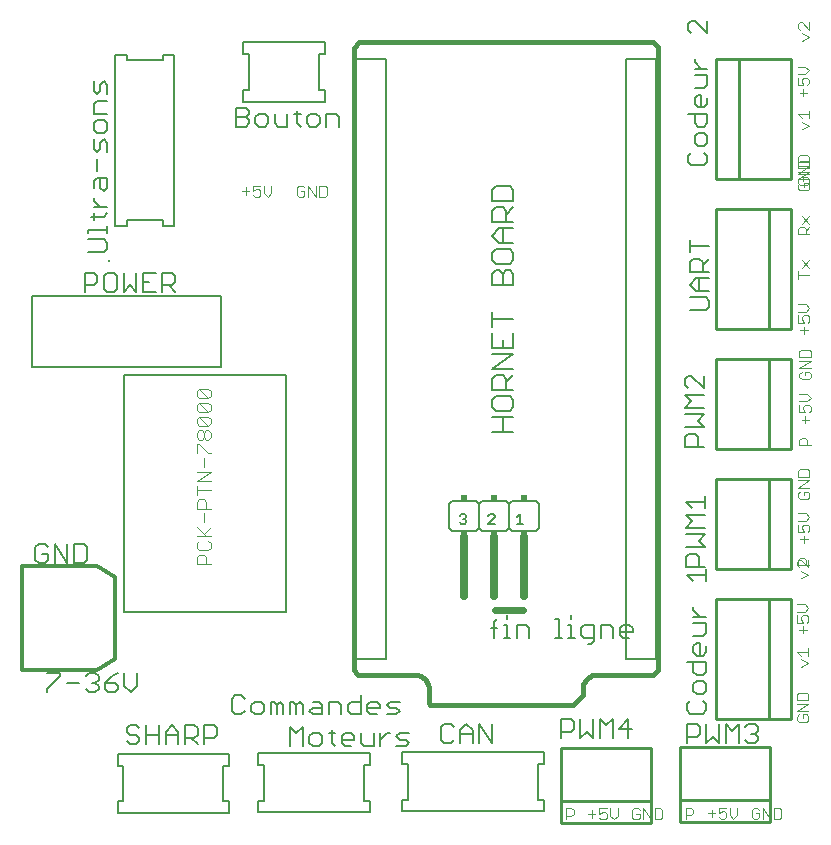
<source format=gto>
%FSTAX23Y23*%
%MOIN*%
%SFA1B1*%

%IPPOS*%
%ADD10C,0.005000*%
%ADD11C,0.004000*%
%ADD13C,0.006000*%
%ADD14C,0.024000*%
%ADD15C,0.003000*%
%ADD16C,0.016000*%
%ADD17C,0.012000*%
%ADD19C,0.010000*%
%ADD20R,0.007900X0.007900*%
%ADD21C,0.026000*%
%ADD22R,0.024000X0.020000*%
%LNseri_top-1*%
%LPD*%
G54D13*
X00827Y0096D02*
Y0097D01*
X0087Y01013*
Y01024*
X00827*
X00892Y00992D02*
X00934D01*
X00956Y01013D02*
X00967Y01024D01*
X00988*
X00999Y01013*
Y01002*
X00988Y00992*
X00999Y00981*
Y0097*
X00988Y0096*
X00967*
X00956Y0097*
X00978Y00992D02*
X00988D01*
X01021D02*
X01053D01*
X01063Y00981*
Y0097*
X01053Y0096*
X01031*
X01021Y0097*
Y00992*
X01042Y01013*
X01063Y01024*
X01085D02*
Y00981D01*
X01106Y0096*
X01128Y00981*
Y01024*
X01125Y0085D02*
X01103D01*
X01093Y0084*
Y00829*
X01103Y00818*
X01125*
X01135Y00808*
Y00797*
X01125Y00786*
X01103*
X01093Y00797*
X01135Y0084D02*
X01125Y0085D01*
X01157D02*
Y00786D01*
Y00818D02*
X012D01*
X01222D02*
X01264D01*
Y00829D02*
Y00786D01*
X01286D02*
Y0085D01*
X01318*
X01329Y0084*
Y00818*
X01318Y00808*
X01286*
X01307D02*
X01329Y00786D01*
X0135D02*
Y0085D01*
X01383*
X01393Y0084*
Y00818*
X01383Y00808*
X0135*
X01264Y00829D02*
X01243Y0085D01*
X01222Y00829*
Y00786*
X012D02*
Y0085D01*
X01443Y00897D02*
X01454Y00886D01*
X01475*
X01486Y00897*
X01508D02*
Y00918D01*
X01519Y00929*
X0154*
X01551Y00918*
Y00897*
X0154Y00886*
X01519*
X01508Y00897*
X01486Y00939D02*
X01475Y0095D01*
X01454*
X01443Y00939*
Y00897*
X01572Y00886D02*
Y00929D01*
X01583*
X01594Y00918*
X01604Y00929*
X01615Y00918*
Y00886*
X01594D02*
Y00918D01*
X01637Y00929D02*
Y00886D01*
X01658D02*
Y00918D01*
X01669Y00929*
X0168Y00918*
Y00886*
X01701Y00897D02*
X01712Y00907D01*
X01744*
Y00918D02*
Y00886D01*
X01712*
X01701Y00897*
X01712Y00929D02*
X01733D01*
X01744Y00918*
X01766Y00929D02*
X01798D01*
X01808Y00918*
Y00886*
X0183Y00897D02*
Y00918D01*
X01841Y00929*
X01873*
Y0095D02*
Y00886D01*
X01841*
X0183Y00897*
X01895D02*
Y00918D01*
X01905Y00929*
X01927*
X01937Y00918*
Y00907*
X01895*
Y00897D02*
X01905Y00886D01*
X01927*
X01959D02*
X01991D01*
X02002Y00897*
X01991Y00907*
X0197*
X01959Y00918*
X0197Y00929*
X02002*
X02002Y00824D02*
X02034D01*
X02023Y00802D02*
X02002D01*
X01991Y00813*
X02002Y00824*
X02023Y00802D02*
X02034Y00792D01*
X02023Y00781*
X01991*
X0197Y00824D02*
X01959D01*
X01938Y00802*
Y00824D02*
Y00781D01*
X01916D02*
Y00824D01*
Y00781D02*
X01884D01*
X01873Y00792*
Y00824*
X01851Y00813D02*
Y00802D01*
X01809*
Y00813D02*
Y00792D01*
X01819Y00781*
X01841*
X01851Y00813D02*
X01841Y00824D01*
X01819*
X01809Y00813*
X01787Y00824D02*
X01766D01*
X01776Y00834D02*
Y00792D01*
X01787Y00781*
X01744Y00792D02*
Y00813D01*
X01733Y00824*
X01712*
X01701Y00813*
Y00792*
X01712Y00781*
X01733*
X01744Y00792*
X0168Y00781D02*
Y00845D01*
X01658Y00824*
X01637Y00845*
Y00781*
X01658Y00918D02*
X01648Y00929D01*
X01637*
X01766D02*
Y00886D01*
X0214Y00844D02*
Y00801D01*
X0215Y0079*
X02172*
X02182Y00801*
X02204Y0079D02*
Y00833D01*
X02225Y00854*
X02247Y00833*
Y0079*
X02268D02*
Y00854D01*
X02311Y0079*
Y00854*
X02247Y00822D02*
X02204D01*
X02182Y00844D02*
X02172Y00854D01*
X0215*
X0214Y00844*
X02317Y01141D02*
Y01194D01*
X02328Y01205*
X02349Y01184D02*
X0236D01*
Y01141*
X02349D02*
X02371D01*
X02392D02*
Y01184D01*
X02424*
X02435Y01173*
Y01141*
X02521D02*
X02543D01*
X02532D02*
Y01205D01*
X02521*
X02564Y01184D02*
X02575D01*
Y01141*
X02564D02*
X02586D01*
X02607Y01152D02*
Y01173D01*
X02618Y01184*
X0265*
Y0113*
X02639Y0112*
X02629*
X02618Y01141D02*
X0265D01*
X02672D02*
Y01184D01*
X02704*
X02714Y01173*
Y01141*
X02736Y01152D02*
Y01173D01*
X02747Y01184*
X02768*
X02779Y01173*
Y01162*
X02736*
Y01152D02*
X02747Y01141D01*
X02768*
X02618D02*
X02607Y01152D01*
X02575Y01205D02*
Y01216D01*
X0236D02*
Y01205D01*
X02328Y01173D02*
X02306D01*
X0254Y00871D02*
X02572D01*
X02583Y00861*
Y00839*
X02572Y00829*
X0254*
Y00807D02*
Y00871D01*
X02604D02*
Y00807D01*
X02626Y00829*
X02647Y00807*
Y00871*
X02669D02*
X0269Y0085D01*
X02712Y00871*
Y00807*
X02733Y00839D02*
X02776D01*
X02765Y00807D02*
Y00871D01*
X02733Y00839*
X02669Y00807D02*
Y00871D01*
X0296Y00854D02*
Y0079D01*
Y00811D02*
X02992D01*
X03003Y00822*
Y00843*
X02992Y00854*
X0296*
X0297Y00889D02*
X03013D01*
X03024Y009*
Y00921*
X03013Y00932*
Y00954D02*
X02992D01*
X02981Y00964*
Y00986*
X02992Y00996*
X03013*
X03024Y00986*
Y00964*
X03013Y00954*
X0297Y00932D02*
X0296Y00921D01*
Y009*
X0297Y00889*
X03025Y00854D02*
Y0079D01*
X03046Y00811*
X03068Y0079*
Y00854*
X03089D02*
X03111Y00832D01*
X03132Y00854*
Y0079*
X03154Y008D02*
X03164Y0079D01*
X03186*
X03196Y008*
Y00811*
X03186Y00822*
X03175*
X03186D02*
X03196Y00832D01*
Y00843*
X03186Y00854*
X03164*
X03154Y00843*
X03089Y00854D02*
Y0079D01*
X03013Y01018D02*
X02992D01*
X02981Y01029*
Y01061*
X0296D02*
X03024D01*
Y01029*
X03013Y01018*
Y01082D02*
X02992D01*
X02981Y01093*
Y01115*
X02992Y01125*
X03002*
Y01082*
X03013D02*
X03024Y01093D01*
Y01115*
X03013Y01147D02*
X02981D01*
X03013D02*
X03024Y01158D01*
Y0119*
X02981*
Y01211D02*
X03024D01*
X03002D02*
X02981Y01233D01*
Y01243*
Y0133D02*
X0296Y01351D01*
X03024*
Y01372D02*
Y0133D01*
X03021Y01379D02*
X02956D01*
Y01411*
X02967Y01422*
X02989*
X02999Y01411*
Y01379*
X03021Y01444D02*
X02956D01*
X02999Y01465D02*
X03021Y01486D01*
X02956*
Y01508D02*
X02978Y0153D01*
X02956Y01551*
X03021*
Y01573D02*
Y01615D01*
Y01594D02*
X02956D01*
X02978Y01573*
X02956Y01508D02*
X03021D01*
X02999Y01465D02*
X03021Y01444D01*
X03018Y01779D02*
X02954D01*
Y01811*
X02964Y01822*
X02986*
X02996Y01811*
Y01779*
X03018Y01844D02*
X02954D01*
Y01886D02*
X03018D01*
X02996Y01865*
X03018Y01844*
Y01908D02*
X02954D01*
X02975Y0193*
X02954Y01951*
X03018*
Y01973D02*
X02975Y02015D01*
X02964*
X02954Y02005*
Y01983*
X02964Y01973*
X03018D02*
Y02015D01*
X03023Y02233D02*
X02969D01*
Y02276D02*
X03023D01*
X03034Y02265*
Y02244*
X03023Y02233*
X03034Y02297D02*
X02991D01*
X02969Y02319*
X02991Y0234*
X03034*
Y02362D02*
X02969D01*
Y02394*
X0298Y02404*
X03001*
X03012Y02394*
Y02362*
Y02383D02*
X03034Y02404D01*
Y02448D02*
X02969D01*
Y02469D02*
Y02426D01*
X03001Y0234D02*
Y02297D01*
X03018Y02716D02*
X02975D01*
X02964Y02727*
Y02748*
X02975Y02759*
X02996Y02781D02*
X03018D01*
X03028Y02791*
Y02813*
X03018Y02823*
X02996*
X02986Y02813*
Y02791*
X02996Y02781*
X03018Y02759D02*
X03028Y02748D01*
Y02727*
X03018Y02716*
Y02845D02*
X02996D01*
X02986Y02856*
Y02888*
X02964D02*
X03028D01*
Y02856*
X03018Y02845*
Y0291D02*
X02996D01*
X02986Y0292*
Y02942*
X02996Y02952*
X03007*
Y0291*
X03018D02*
X03028Y0292D01*
Y02942*
X03018Y02974D02*
X02986D01*
X03018D02*
X03028Y02985D01*
Y03017*
X02986*
Y03038D02*
X03028D01*
X03007D02*
X02986Y0306D01*
Y0307*
X02975Y03157D02*
X02964Y03167D01*
Y03189*
X02975Y03199*
X02986*
X03028Y03157*
Y03199*
X02381Y02634D02*
Y02599D01*
X02311*
Y02634*
X02323Y02646*
X02369*
X02381Y02634*
Y02576D02*
X02358Y02552D01*
Y02564D02*
Y02529D01*
X02381D02*
X02311D01*
Y02564*
X02323Y02576*
X02346*
X02358Y02564*
X02346Y02506D02*
Y02459D01*
X02334D02*
X02311Y02482D01*
X02334Y02506*
X02381*
Y02459D02*
X02334D01*
X02323Y02436D02*
X02311Y02424D01*
Y02401*
X02323Y02389*
X02369*
X02381Y02401*
Y02424*
X02369Y02436*
X02323*
Y02366D02*
X02334D01*
X02346Y02354*
Y02319*
X02381D02*
X02311D01*
Y02354*
X02323Y02366*
X02346Y02354D02*
X02358Y02366D01*
X02369*
X02381Y02354*
Y02319*
X02311Y02226D02*
Y02179D01*
Y02156D02*
Y02109D01*
X02381*
Y02156*
X02346Y02133D02*
Y02109D01*
X02381Y02086D02*
X02311D01*
Y02039D02*
X02381Y02086D01*
Y02039D02*
X02311D01*
X02323Y02016D02*
X02346D01*
X02358Y02004*
Y01969*
X02381D02*
X02311D01*
Y02004*
X02323Y02016*
X02358Y01993D02*
X02381Y02016D01*
X02369Y01946D02*
X02323D01*
X02311Y01934*
Y01911*
X02323Y01899*
X02369*
X02381Y01911*
Y01934*
X02369Y01946*
X02381Y01876D02*
X02311D01*
X02346D02*
Y01829D01*
X02381D02*
X02311D01*
X02276Y01597D02*
X02266Y01587D01*
Y01507*
X02276Y01497*
X02356*
X02366Y01507*
X02376Y01497*
X02456*
X02466Y01507*
Y01587*
X02456Y01597*
X02376*
X02366Y01587*
X02356Y01597*
X02276*
X02266Y01587D02*
X02256Y01597D01*
X02176*
X02166Y01587*
Y01507*
X02176Y01497*
X02256*
X02266Y01507*
X02366D02*
Y01587D01*
X02381Y02203D02*
X02311D01*
X018Y02845D02*
Y02877D01*
X0179Y02888*
X01758*
Y02845*
X01736Y02856D02*
Y02877D01*
X01725Y02888*
X01704*
X01693Y02877*
Y02856*
X01704Y02845*
X01725*
X01736Y02856*
X01672Y02845D02*
X01661Y02856D01*
Y02899*
X0165Y02888D02*
X01672D01*
X01628D02*
Y02845D01*
X01596*
X01586Y02856*
Y02888*
X01564Y02877D02*
Y02856D01*
X01553Y02845*
X01532*
X01521Y02856*
Y02877*
X01532Y02888*
X01553*
X01564Y02877*
X015Y02867D02*
Y02856D01*
X01489Y02845*
X01457*
Y02909*
X01489*
X015Y02899*
Y02888*
X01489Y02877*
X01457*
X01489D02*
X015Y02867D01*
X01026Y02857D02*
Y02835D01*
X01016Y02824*
X00994*
X00984Y02835*
Y02857*
X00994Y02867*
X01016*
X01026Y02857*
Y02889D02*
X00984D01*
Y02921*
X00994Y02932*
X01026*
Y02953D02*
Y02985D01*
X01016Y02996*
X01005Y02985*
Y02964*
X00994Y02953*
X00984Y02964*
Y02996*
Y02803D02*
Y02771D01*
X00994Y0276*
X01005Y02771*
Y02792*
X01016Y02803*
X01026Y02792*
Y0276*
X00994Y02738D02*
Y02696D01*
Y02674D02*
X00984Y02663D01*
Y02642*
X01005D02*
Y02674D01*
X00994D02*
X01026D01*
Y02642*
X01016Y02631*
X01005Y02642*
X00984Y02609D02*
Y02599D01*
X01005Y02577*
X01026D02*
X00984D01*
Y02556D02*
Y02534D01*
X00973Y02545D02*
X01016D01*
X01026Y02556*
Y02513D02*
Y02491D01*
Y02502D02*
X00962D01*
Y02491*
Y0247D02*
X01016D01*
X01026Y02459*
Y02438*
X01016Y02427*
X00962*
X00953Y02359D02*
X00985D01*
X00995Y02348*
Y02327*
X00985Y02316*
X00953*
Y02295D02*
Y02359D01*
X01017Y02348D02*
Y02305D01*
X01028Y02295*
X01049*
X0106Y02305*
Y02348*
X01049Y02359*
X01028*
X01017Y02348*
X01082Y02359D02*
Y02295D01*
X01103Y02316*
X01124Y02295*
Y02359*
X01146D02*
Y02295D01*
X01189*
X01211D02*
Y02359D01*
X01243*
X01253Y02348*
Y02327*
X01243Y02316*
X01211*
X01232D02*
X01253Y02295D01*
X01189Y02359D02*
X01146D01*
Y02327D02*
X01167D01*
X00949Y01454D02*
X00917D01*
Y0139*
X00949*
X0096Y014*
Y01443*
X00949Y01454*
X00895D02*
Y0139D01*
X00852Y01454*
Y0139*
X00831Y014D02*
Y01422D01*
X00809*
X00831Y01443D02*
X0082Y01454D01*
X00799*
X00788Y01443*
Y014*
X00799Y0139*
X0082*
X00831Y014*
G54D14*
X0232Y01235D02*
X02412D01*
G54D15*
X02557Y00573D02*
X02575D01*
X02582Y00567*
Y00555*
X02575Y00548*
X02557*
Y00536D02*
Y00573D01*
X02631Y00555D02*
X02655D01*
X02667D02*
X0268Y00561D01*
X02686*
X02692Y00555*
Y00542*
X02686Y00536*
X02674*
X02667Y00542*
Y00555D02*
Y00573D01*
X02692*
X02704D02*
Y00548D01*
X02717Y00536*
X02729Y00548*
Y00573*
X02778Y00567D02*
Y00542D01*
X02784Y00536*
X02796*
X02803Y00542*
Y00555*
X0279*
X02778Y00567D02*
X02784Y00573D01*
X02796*
X02803Y00567*
X02815Y00573D02*
X02839Y00536D01*
Y00573*
X02852D02*
X0287D01*
X02876Y00567*
Y00542*
X0287Y00536*
X02852*
Y00573*
X02815D02*
Y00536D01*
X02956Y00538D02*
Y00575D01*
X02974*
X0298Y00569*
Y00557*
X02974Y00551*
X02956*
X03029Y00557D02*
X03054D01*
X03066D02*
X03079Y00563D01*
X03085*
X03091Y00557*
Y00545*
X03085Y00538*
X03072*
X03066Y00545*
Y00557D02*
Y00575D01*
X03091*
X03103D02*
Y00551D01*
X03115Y00538*
X03128Y00551*
Y00575*
X03177Y00569D02*
Y00545D01*
X03183Y00538*
X03195*
X03201Y00545*
Y00557*
X03189*
X03177Y00569D02*
X03183Y00575D01*
X03195*
X03201Y00569*
X03214Y00575D02*
X03238Y00538D01*
Y00575*
X0325D02*
Y00538D01*
X03269*
X03275Y00545*
Y00569*
X03269Y00575*
X0325*
X03214D02*
Y00538D01*
X03042Y00545D02*
Y00569D01*
X03334Y00861D02*
X03359D01*
X03365Y00867*
Y00879*
X03359Y00886*
X03347*
Y00873*
X03334Y00861D02*
X03328Y00867D01*
Y00879*
X03334Y00886*
X03328Y00898D02*
X03365Y00922D01*
X03328*
Y00935D02*
Y00953D01*
X03334Y00959*
X03359*
X03365Y00953*
Y00935*
X03328*
Y00898D02*
X03365D01*
X03341Y01045D02*
X03365Y01057D01*
X03341Y0107*
Y01082D02*
X03328Y01094D01*
X03365*
Y01082D02*
Y01107D01*
X03347Y01156D02*
Y0118D01*
Y01192D02*
X03341Y01205D01*
Y01211*
X03347Y01217*
X03359*
X03365Y01211*
Y01199*
X03359Y01192*
X03347D02*
X03328D01*
Y01217*
Y01229D02*
X03353D01*
X03365Y01242*
X03353Y01254*
X03328*
X03334Y01168D02*
X03359D01*
X03341Y0134D02*
X03365Y01352D01*
X03341Y01364*
X03334Y01376D02*
X03328Y01383D01*
Y01395*
X03334Y01401*
X03341*
X03365Y01376*
Y01401*
X03356Y01402D02*
Y01384D01*
X03368D02*
X03331D01*
Y01402*
X03337Y01408*
X0335*
X03356Y01402*
X0335Y01457D02*
Y01482D01*
Y01494D02*
X03343Y01507D01*
Y01513*
X0335Y01519*
X03362*
X03368Y01513*
Y015*
X03362Y01494*
X0335D02*
X03331D01*
Y01519*
Y01531D02*
X03356D01*
X03368Y01543*
X03356Y01556*
X03331*
X03337Y01605D02*
X03362D01*
X03368Y01611*
Y01623*
X03362Y01629*
X0335*
Y01617*
X03337Y01629D02*
X03331Y01623D01*
Y01611*
X03337Y01605*
X03331Y01642D02*
X03368Y01666D01*
X03331*
Y01678D02*
Y01697D01*
X03337Y01703*
X03362*
X03368Y01697*
Y01678*
X03331*
Y01642D02*
X03368D01*
X03372Y01783D02*
X03335D01*
Y01801*
X03342Y01807*
X03354*
X0336Y01801*
Y01783*
X03354Y01856D02*
Y01881D01*
Y01893D02*
X03348Y01905D01*
Y01912*
X03354Y01918*
X03366*
X03372Y01912*
Y01899*
X03366Y01893*
X03354D02*
X03335D01*
Y01918*
Y0193D02*
X0336D01*
X03372Y01942*
X0336Y01955*
X03335*
X03342Y02003D02*
X03366D01*
X03372Y0201*
Y02022*
X03366Y02028*
X03354*
Y02016*
X03342Y02028D02*
X03335Y02022D01*
Y0201*
X03342Y02003*
X03335Y0204D02*
X03372Y02065D01*
X03335*
Y02077D02*
Y02096D01*
X03342Y02102*
X03366*
X03372Y02096*
Y02077*
X03335*
Y0204D02*
X03372D01*
X0335Y02154D02*
Y02179D01*
Y02191D02*
X03343Y02203D01*
Y0221*
X0335Y02216*
X03362*
X03368Y0221*
Y02197*
X03362Y02191*
X0335D02*
X03331D01*
Y02216*
Y02228D02*
X03356D01*
X03368Y0224*
X03356Y02253*
X03331*
X03337Y02167D02*
X03362D01*
X03331Y02338D02*
Y02363D01*
Y02351D02*
X03368D01*
Y02375D02*
X03343Y024D01*
X03368D02*
X03343Y02375D01*
X03356Y02486D02*
Y02504D01*
X0335Y0251*
X03337*
X03331Y02504*
Y02486*
X03368*
X03356Y02498D02*
X03368Y0251D01*
Y02522D02*
X03343Y02547D01*
X03368D02*
X03343Y02522D01*
X03337Y02633D02*
X03362D01*
X03368Y02639*
Y02651*
X03362Y02658*
X0335*
Y02645*
X0336Y02652D02*
X03367Y02658D01*
Y02671*
X0336Y02677*
X03348*
Y02665*
X03337Y02658D02*
X03331Y02651D01*
Y02639*
X03337Y02633*
X03336Y02652D02*
X0336D01*
X03368Y0267D02*
X03331D01*
X03368Y02694*
X03331*
X03329Y02689D02*
X03367Y02714D01*
X03329*
X03331Y02707D02*
Y02725D01*
X03337Y02731*
X03362*
X03368Y02725*
Y02707*
X03331*
X03329Y02689D02*
X03367D01*
X03336Y02677D02*
X03329Y02671D01*
Y02658*
X03336Y02652*
X03329Y02726D02*
Y02744D01*
X03336Y02751*
X0336*
X03367Y02744*
Y02726*
X03329*
X03342Y02836D02*
X03367Y02849D01*
X03342Y02861*
Y02873D02*
X03329Y02886D01*
X03367*
Y02898D02*
Y02873D01*
X03348Y02947D02*
Y02972D01*
Y02984D02*
X03342Y02996D01*
Y03002*
X03348Y03008*
X0336*
X03367Y03002*
Y0299*
X0336Y02984*
X03348D02*
X03329D01*
Y03008*
Y03021D02*
X03354D01*
X03367Y03033*
X03354Y03045*
X03329*
X03336Y02959D02*
X0336D01*
X03342Y03131D02*
X03367Y03143D01*
X03342Y03156*
X03336Y03168D02*
X03329Y03174D01*
Y03186*
X03336Y03193*
X03342*
X03367Y03168*
Y03193*
X03366Y01869D02*
X03342D01*
X03337Y0147D02*
X03362D01*
X02643Y00567D02*
Y00542D01*
X01753Y02612D02*
X01734D01*
Y02649*
X01753*
X01759Y02643*
Y02619*
X01753Y02612*
X01722D02*
Y02649D01*
X01697D02*
Y02612D01*
X01685Y02619D02*
Y02631D01*
X01673*
X01685Y02643D02*
X01679Y02649D01*
X01667*
X0166Y02643*
Y02619*
X01667Y02612*
X01679*
X01685Y02619*
X01697Y02649D02*
X01722Y02612D01*
X01575Y02625D02*
Y02649D01*
X0155D02*
Y02625D01*
X01562Y02612*
X01575Y02625*
X01538Y02619D02*
X01532Y02612D01*
X01519*
X01513Y02619*
Y02631D02*
X01525Y02637D01*
X01532*
X01538Y02631*
Y02619*
X01513Y02631D02*
Y02649D01*
X01538*
X01501Y02631D02*
X01476D01*
X01489Y02643D02*
Y02619D01*
G54D16*
X01849Y03109D02*
X01866Y03126D01*
X02848*
X02863Y03111*
Y01035*
X02846Y01018*
X02659*
X02655Y01018*
X02651Y01018*
X02647Y01017*
X02643Y01016*
X0264Y01014*
X02636Y01012*
X02632Y0101*
X02629Y01007*
X02626Y01005*
X02623Y01002*
X02621Y00998*
X02619Y00995*
X02617Y00991*
X02615Y00988*
X02614Y00984*
X02613Y0098*
X02613Y00976*
X02612Y00972*
X02613D02*
Y00951D01*
X02579Y00918*
X02105*
X021Y00924*
Y00971*
X021D02*
X021Y00975D01*
X02099Y00979*
X02098Y00983*
X02097Y00987*
X02095Y00991*
X02094Y00994*
X02091Y00998*
X02089Y01001*
X02086Y01004*
X02083Y01007*
X0208Y01009*
X02076Y01012*
X02073Y01014*
X02069Y01015*
X02065Y01016*
X02061Y01017*
X02057Y01018*
X02053Y01018*
Y01018D02*
X01863D01*
X01849Y01033*
Y03109*
G54D17*
X00994Y01381D02*
X00742D01*
Y01034*
X00995*
X01053Y01072*
Y01343*
X00994Y01381*
G54D10*
X01084Y01229D02*
X01623D01*
Y02016*
X01084*
Y01229*
X01062Y00754D02*
X01434D01*
Y00714*
X01414*
Y00596*
X01434*
Y00557*
X01062*
Y00596*
X01081*
Y00714*
X01062*
Y00754*
X0153Y00757D02*
Y00718D01*
X0155*
Y00599*
X0153*
Y0056*
X01902*
Y00599*
X01883*
Y00718*
X01902*
Y00757*
X0153*
X01856Y01072D02*
Y03072D01*
X01956*
Y01072*
X01856*
X0201Y0076D02*
Y0072D01*
X02029*
Y00602*
X0201*
Y00563*
X02482*
Y00602*
X02462*
Y0072*
X02482*
Y0076*
X0201*
X02756Y01072D02*
X02856D01*
Y03072*
X02756*
Y01072*
X02415Y0152D02*
X02392D01*
X02403D02*
Y01554D01*
X02392Y01543*
X0232D02*
Y01549D01*
X02314Y01554*
X02303*
X02297Y01549*
X0232Y01543D02*
X02297Y0152D01*
X0232*
X02225Y01526D02*
X02219Y0152D01*
X02208*
X02202Y01526*
X02213Y01537D02*
X02219D01*
X02225Y01532*
Y01526*
X02219Y01537D02*
X02225Y01543D01*
Y01549*
X02219Y01554*
X02208*
X02202Y01549*
X01408Y02045D02*
X00778D01*
Y02281*
X01408*
Y02045*
X01251Y02513D02*
X01212D01*
Y02533*
X01094*
Y02513*
X01054*
Y03085*
X01094*
Y03066*
X01212*
Y03085*
X01251*
Y02513*
X0148Y02929D02*
Y02969D01*
X015*
Y03087*
X0148*
Y03126*
X01753*
Y03087*
X01733*
Y02969*
X01753*
Y02929*
X0148*
G54D11*
X01365Y01971D02*
X01373Y01964D01*
Y01948*
X01365Y01941*
X01335Y01971*
X01365*
Y01941D02*
X01335D01*
X01327Y01948*
Y01964*
X01335Y01971*
Y01925D02*
X01327Y01918D01*
Y01902*
X01335Y01895*
X01365*
X01335Y01925*
X01365*
X01373Y01918*
Y01902*
X01365Y01895*
Y01879D02*
X01373Y01871D01*
Y01856*
X01365Y01848*
X01335Y01879*
X01365*
Y01848D02*
X01335D01*
X01327Y01856*
Y01871*
X01335Y01879*
Y01833D02*
X01327Y01825D01*
Y0181*
X01335Y01802*
X01342*
X0135Y0181*
Y01825*
X01358Y01833*
X01365*
X01373Y01825*
Y0181*
X01365Y01802*
X01358*
X0135Y0181*
Y01825D02*
X01342Y01833D01*
X01335*
Y01787D02*
X01327D01*
Y01756*
X0135Y01741D02*
Y0171D01*
X01373Y01695D02*
X01327D01*
Y01664D02*
X01373Y01695D01*
Y01664D02*
X01327D01*
Y01649D02*
Y01618D01*
Y01634D02*
X01373D01*
X0135Y01603D02*
X01358Y01595D01*
Y01572*
X01373D02*
X01327D01*
Y01595*
X01335Y01603*
X0135*
Y01557D02*
Y01526D01*
X01327Y01511D02*
X01358Y0148D01*
X0135Y01488D02*
X01373Y01511D01*
Y0148D02*
X01327D01*
X01335Y01465D02*
X01327Y01457D01*
Y01442*
X01335Y01434*
X01365*
X01373Y01442*
Y01457*
X01365Y01465*
X0135Y01419D02*
X01358Y01411D01*
Y01388*
X01373D02*
X01327D01*
Y01411*
X01335Y01419*
X0135*
X01365Y01756D02*
X01373D01*
X01365D02*
X01335Y01787D01*
G54D19*
X0254Y00773D02*
Y00598D01*
X0284*
Y00523*
X0254*
Y00598*
Y00773D02*
X0284D01*
Y00598*
X02938Y00601D02*
Y00526D01*
X03238*
Y00601*
X02938*
Y00776*
X03238*
Y00601*
X03233Y00872D02*
X03058D01*
Y01272*
X03233*
Y00872*
X03308*
Y01272*
X03233*
Y01372D02*
Y01672D01*
X03308*
Y01372*
X03233*
X03058*
Y01672*
X03233*
Y01772D02*
Y02072D01*
X03308*
Y01772*
X03233*
X03058*
Y02072*
X03233*
Y02172D02*
Y02572D01*
X03308*
Y02172*
X03233*
X03058*
Y02572*
X03233*
X03308Y02672D02*
X03133D01*
Y03072*
X03308*
Y02672*
X03133D02*
X03058D01*
Y03072*
X03133*
G54D20*
X01033Y02399D03*
G54D21*
X02216Y01477D02*
Y01282D01*
X02316D02*
Y01477D01*
X02416D02*
Y01282D01*
G54D22*
X02416Y01487D03*
X02316D03*
X02216D03*
Y01607D03*
X02316D03*
X02416D03*
M02*
</source>
